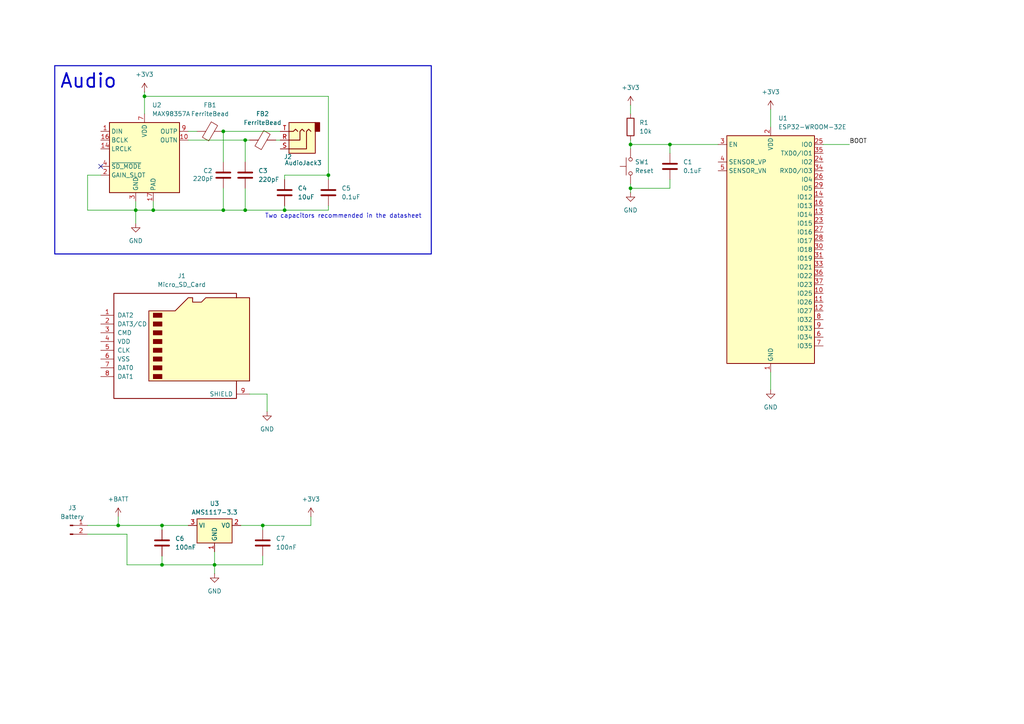
<source format=kicad_sch>
(kicad_sch (version 20231120) (generator "eeschema") (generator_version "8.0")
  (paper "A4")
  (lib_symbols
    (symbol "Audio:MAX98357A"
      (property "Reference" "U" (at -8.89 11.43 0))
      (property "Value" "MAX98357A" (at 10.16 11.43 0))
      (symbol "MAX98357A_1_1"
        (rectangle (start -10.16 10.16) (end 10.16 -10.16) (stroke (width 0.254)) (fill (type background)))
        (pin input line (at -12.7 7.62 0) (length 2.54) (name "DIN") (number "1"))
        (pin output line (at 12.7 5.08 180) (length 2.54) (name "OUTN") (number "10"))
        (pin passive line (at -2.54 -12.7 90) (length 2.54) hide (name "GND") (number "11"))
        (pin no_connect line (at 10.16 -5.08 180) (length 2.54) hide (name "NC") (number "12"))
        (pin no_connect line (at 10.16 -7.62 180) (length 2.54) hide (name "NC") (number "13"))
        (pin input line (at -12.7 2.54 0) (length 2.54) (name "LRCLK") (number "14"))
        (pin passive line (at -2.54 -12.7 90) (length 2.54) hide (name "GND") (number "15"))
        (pin input line (at -12.7 5.08 0) (length 2.54) (name "BCLK") (number "16"))
        (pin unspecified line (at 2.54 -12.7 90) (length 2.54) (name "PAD") (number "17"))
        (pin passive line (at -12.7 -5.08 0) (length 2.54) (name "GAIN_SLOT") (number "2"))
        (pin power_in line (at -2.54 -12.7 90) (length 2.54) (name "GND") (number "3"))
        (pin input line (at -12.7 -2.54 0) (length 2.54) (name "~{SD_MODE}") (number "4"))
        (pin no_connect line (at 10.16 2.54 180) (length 2.54) hide (name "NC") (number "5"))
        (pin no_connect line (at 10.16 0 180) (length 2.54) hide (name "NC") (number "6"))
        (pin power_in line (at 0 12.7 270) (length 2.54) (name "VDD") (number "7"))
        (pin passive line (at 0 12.7 270) (length 2.54) hide (name "VDD") (number "8"))
        (pin output line (at 12.7 7.62 180) (length 2.54) (name "OUTP") (number "9"))
      )
    )
    (symbol "Connector:Conn_01x02_Pin" (pin_names (offset 1.016) hide)
      (property "Reference" "J" (at 0 2.54 0))
      (property "Value" "Conn_01x02_Pin" (at 0 -5.08 0))
      (symbol "Conn_01x02_Pin_1_1"
        (polyline (pts (xy 1.27 -2.54) (xy 0.8636 -2.54)) (stroke (width 0.1524)))
        (polyline (pts (xy 1.27 0) (xy 0.8636 0)) (stroke (width 0.1524)))
        (rectangle (start 0.8636 -2.413) (end 0 -2.667) (stroke (width 0.1524)) (fill (type outline)))
        (rectangle (start 0.8636 0.127) (end 0 -0.127) (stroke (width 0.1524)) (fill (type outline)))
        (pin passive line (at 5.08 0 180) (length 3.81) (name "Pin_1") (number "1"))
        (pin passive line (at 5.08 -2.54 180) (length 3.81) (name "Pin_2") (number "2"))
      )
    )
    (symbol "Connector:Micro_SD_Card" (pin_names (offset 1.016))
      (property "Reference" "J" (at -16.51 15.24 0))
      (property "Value" "Micro_SD_Card" (at 16.51 15.24 0))
      (symbol "Micro_SD_Card_0_1"
        (rectangle (start -7.62 -9.525) (end -5.08 -10.795) (fill (type outline)))
        (rectangle (start -7.62 -6.985) (end -5.08 -8.255) (fill (type outline)))
        (rectangle (start -7.62 -4.445) (end -5.08 -5.715) (fill (type outline)))
        (rectangle (start -7.62 -1.905) (end -5.08 -3.175) (fill (type outline)))
        (rectangle (start -7.62 0.635) (end -5.08 -0.635) (fill (type outline)))
        (rectangle (start -7.62 3.175) (end -5.08 1.905) (fill (type outline)))
        (rectangle (start -7.62 5.715) (end -5.08 4.445) (fill (type outline)))
        (rectangle (start -7.62 8.255) (end -5.08 6.985) (fill (type outline)))
        (polyline (pts (xy 16.51 12.7) (xy 16.51 13.97) (xy -19.05 13.97) (xy -19.05 -16.51) (xy 16.51 -16.51) (xy 16.51 -11.43)) (stroke (width 0.254)))
        (polyline (pts (xy -8.89 -11.43) (xy -8.89 8.89) (xy -1.27 8.89) (xy 2.54 12.7) (xy 3.81 12.7) (xy 3.81 11.43) (xy 6.35 11.43) (xy 7.62 12.7) (xy 20.32 12.7) (xy 20.32 -11.43) (xy -8.89 -11.43)) (stroke (width 0.254)) (fill (type background)))
      )
      (symbol "Micro_SD_Card_1_1"
        (pin bidirectional line (at -22.86 7.62 0) (length 3.81) (name "DAT2") (number "1"))
        (pin bidirectional line (at -22.86 5.08 0) (length 3.81) (name "DAT3/CD") (number "2"))
        (pin input line (at -22.86 2.54 0) (length 3.81) (name "CMD") (number "3"))
        (pin power_in line (at -22.86 0 0) (length 3.81) (name "VDD") (number "4"))
        (pin input line (at -22.86 -2.54 0) (length 3.81) (name "CLK") (number "5"))
        (pin power_in line (at -22.86 -5.08 0) (length 3.81) (name "VSS") (number "6"))
        (pin bidirectional line (at -22.86 -7.62 0) (length 3.81) (name "DAT0") (number "7"))
        (pin bidirectional line (at -22.86 -10.16 0) (length 3.81) (name "DAT1") (number "8"))
        (pin passive line (at 20.32 -15.24 180) (length 3.81) (name "SHIELD") (number "9"))
      )
    )
    (symbol "Connector_Audio:AudioJack3"
      (property "Reference" "J" (at 0 8.89 0))
      (property "Value" "AudioJack3" (at 0 6.35 0))
      (symbol "AudioJack3_0_1"
        (rectangle (start -5.08 -5.08) (end -6.35 -2.54) (stroke (width 0.254)) (fill (type outline)))
        (polyline (pts (xy 0 -2.54) (xy 0.635 -3.175) (xy 1.27 -2.54) (xy 2.54 -2.54)) (stroke (width 0.254)))
        (polyline (pts (xy -1.905 -2.54) (xy -1.27 -3.175) (xy -0.635 -2.54) (xy -0.635 0) (xy 2.54 0)) (stroke (width 0.254)))
        (polyline (pts (xy 2.54 2.54) (xy -2.54 2.54) (xy -2.54 -2.54) (xy -3.175 -3.175) (xy -3.81 -2.54)) (stroke (width 0.254)))
        (rectangle (start 2.54 3.81) (end -5.08 -5.08) (stroke (width 0.254)) (fill (type background)))
      )
      (symbol "AudioJack3_1_1"
        (pin passive line (at 5.08 0 180) (length 2.54) (name "~") (number "R"))
        (pin passive line (at 5.08 2.54 180) (length 2.54) (name "~") (number "S"))
        (pin passive line (at 5.08 -2.54 180) (length 2.54) (name "~") (number "T"))
      )
    )
    (symbol "Device:C" (pin_numbers hide) (pin_names (offset 0.254))
      (property "Reference" "C" (at 0.635 2.54 0))
      (property "Value" "C" (at 0.635 -2.54 0))
      (symbol "C_0_1"
        (polyline (pts (xy -2.032 -0.762) (xy 2.032 -0.762)) (stroke (width 0.508)))
        (polyline (pts (xy -2.032 0.762) (xy 2.032 0.762)) (stroke (width 0.508)))
      )
      (symbol "C_1_1"
        (pin passive line (at 0 3.81 270) (length 2.794) (name "~") (number "1"))
        (pin passive line (at 0 -3.81 90) (length 2.794) (name "~") (number "2"))
      )
    )
    (symbol "Device:FerriteBead" (pin_numbers hide) (pin_names (offset 0))
      (property "Reference" "FB" (at -3.81 0.635 90))
      (property "Value" "FerriteBead" (at 3.81 0 90))
      (symbol "FerriteBead_0_1"
        (polyline (pts (xy 0 -1.27) (xy 0 -1.2192)))
        (polyline (pts (xy 0 1.27) (xy 0 1.2954)))
        (polyline (pts (xy -2.7686 0.4064) (xy -1.7018 2.2606) (xy 2.7686 -0.3048) (xy 1.6764 -2.159) (xy -2.7686 0.4064)))
      )
      (symbol "FerriteBead_1_1"
        (pin passive line (at 0 3.81 270) (length 2.54) (name "~") (number "1"))
        (pin passive line (at 0 -3.81 90) (length 2.54) (name "~") (number "2"))
      )
    )
    (symbol "Device:R" (pin_numbers hide) (pin_names (offset 0))
      (property "Reference" "R" (at 2.032 0 90))
      (property "Value" "R" (at 0 0 90))
      (symbol "R_0_1"
        (rectangle (start -1.016 -2.54) (end 1.016 2.54) (stroke (width 0.254)))
      )
      (symbol "R_1_1"
        (pin passive line (at 0 3.81 270) (length 1.27) (name "~") (number "1"))
        (pin passive line (at 0 -3.81 90) (length 1.27) (name "~") (number "2"))
      )
    )
    (symbol "RF_Module:ESP32-WROOM-32E"
      (property "Reference" "U" (at -12.7 34.29 0))
      (property "Value" "ESP32-WROOM-32E" (at 1.27 34.29 0))
      (symbol "ESP32-WROOM-32E_0_1"
        (rectangle (start -12.7 33.02) (end 12.7 -33.02) (stroke (width 0.254)) (fill (type background)))
      )
      (symbol "ESP32-WROOM-32E_1_1"
        (pin power_in line (at 0 -35.56 90) (length 2.54) (name "GND") (number "1"))
        (pin bidirectional line (at 15.24 -12.7 180) (length 2.54) (name "IO25") (number "10"))
        (pin bidirectional line (at 15.24 -15.24 180) (length 2.54) (name "IO26") (number "11"))
        (pin bidirectional line (at 15.24 -17.78 180) (length 2.54) (name "IO27") (number "12"))
        (pin bidirectional line (at 15.24 10.16 180) (length 2.54) (name "IO14") (number "13"))
        (pin bidirectional line (at 15.24 15.24 180) (length 2.54) (name "IO12") (number "14"))
        (pin passive line (at 0 -35.56 90) (length 2.54) hide (name "GND") (number "15"))
        (pin bidirectional line (at 15.24 12.7 180) (length 2.54) (name "IO13") (number "16"))
        (pin no_connect line (at -12.7 -5.08 0) (length 2.54) hide (name "NC") (number "17"))
        (pin no_connect line (at -12.7 -7.62 0) (length 2.54) hide (name "NC") (number "18"))
        (pin no_connect line (at -12.7 -12.7 0) (length 2.54) hide (name "NC") (number "19"))
        (pin power_in line (at 0 35.56 270) (length 2.54) (name "VDD") (number "2"))
        (pin no_connect line (at -12.7 -10.16 0) (length 2.54) hide (name "NC") (number "20"))
        (pin no_connect line (at -12.7 0 0) (length 2.54) hide (name "NC") (number "21"))
        (pin no_connect line (at -12.7 -2.54 0) (length 2.54) hide (name "NC") (number "22"))
        (pin bidirectional line (at 15.24 7.62 180) (length 2.54) (name "IO15") (number "23"))
        (pin bidirectional line (at 15.24 25.4 180) (length 2.54) (name "IO2") (number "24"))
        (pin bidirectional line (at 15.24 30.48 180) (length 2.54) (name "IO0") (number "25"))
        (pin bidirectional line (at 15.24 20.32 180) (length 2.54) (name "IO4") (number "26"))
        (pin bidirectional line (at 15.24 5.08 180) (length 2.54) (name "IO16") (number "27"))
        (pin bidirectional line (at 15.24 2.54 180) (length 2.54) (name "IO17") (number "28"))
        (pin bidirectional line (at 15.24 17.78 180) (length 2.54) (name "IO5") (number "29"))
        (pin input line (at -15.24 30.48 0) (length 2.54) (name "EN") (number "3"))
        (pin bidirectional line (at 15.24 0 180) (length 2.54) (name "IO18") (number "30"))
        (pin bidirectional line (at 15.24 -2.54 180) (length 2.54) (name "IO19") (number "31"))
        (pin no_connect line (at -12.7 -27.94 0) (length 2.54) hide (name "NC") (number "32"))
        (pin bidirectional line (at 15.24 -5.08 180) (length 2.54) (name "IO21") (number "33"))
        (pin bidirectional line (at 15.24 22.86 180) (length 2.54) (name "RXD0/IO3") (number "34"))
        (pin bidirectional line (at 15.24 27.94 180) (length 2.54) (name "TXD0/IO1") (number "35"))
        (pin bidirectional line (at 15.24 -7.62 180) (length 2.54) (name "IO22") (number "36"))
        (pin bidirectional line (at 15.24 -10.16 180) (length 2.54) (name "IO23") (number "37"))
        (pin passive line (at 0 -35.56 90) (length 2.54) hide (name "GND") (number "38"))
        (pin passive line (at 0 -35.56 90) (length 2.54) hide (name "GND") (number "39"))
        (pin input line (at -15.24 25.4 0) (length 2.54) (name "SENSOR_VP") (number "4"))
        (pin input line (at -15.24 22.86 0) (length 2.54) (name "SENSOR_VN") (number "5"))
        (pin input line (at 15.24 -25.4 180) (length 2.54) (name "IO34") (number "6"))
        (pin input line (at 15.24 -27.94 180) (length 2.54) (name "IO35") (number "7"))
        (pin bidirectional line (at 15.24 -20.32 180) (length 2.54) (name "IO32") (number "8"))
        (pin bidirectional line (at 15.24 -22.86 180) (length 2.54) (name "IO33") (number "9"))
      )
    )
    (symbol "Regulator_Linear:AMS1117-3.3"
      (property "Reference" "U" (at -3.81 3.175 0))
      (property "Value" "AMS1117-3.3" (at 0 3.175 0))
      (symbol "AMS1117-3.3_0_1"
        (rectangle (start -5.08 -5.08) (end 5.08 1.905) (stroke (width 0.254)) (fill (type background)))
      )
      (symbol "AMS1117-3.3_1_1"
        (pin power_in line (at 0 -7.62 90) (length 2.54) (name "GND") (number "1"))
        (pin power_out line (at 7.62 0 180) (length 2.54) (name "VO") (number "2"))
        (pin power_in line (at -7.62 0 0) (length 2.54) (name "VI") (number "3"))
      )
    )
    (symbol "Switch:SW_Push" (pin_numbers hide) (pin_names (offset 1.016) hide)
      (property "Reference" "SW" (at 1.27 2.54 0))
      (property "Value" "SW_Push" (at 0 -1.524 0))
      (symbol "SW_Push_0_1"
        (circle (center -2.032 0) (radius 0.508))
        (polyline (pts (xy 0 1.27) (xy 0 3.048)))
        (polyline (pts (xy 2.54 1.27) (xy -2.54 1.27)))
        (circle (center 2.032 0) (radius 0.508))
        (pin passive line (at -5.08 0 0) (length 2.54) (name "1") (number "1"))
        (pin passive line (at 5.08 0 180) (length 2.54) (name "2") (number "2"))
      )
    )
    (symbol "power:+3V3" (power) (pin_numbers hide) (pin_names (offset 0) hide)
      (property "Value" "+3V3" (at 0 3.556 0))
      (symbol "+3V3_0_1"
        (polyline (pts (xy -0.762 1.27) (xy 0 2.54)))
        (polyline (pts (xy 0 0) (xy 0 2.54)))
        (polyline (pts (xy 0 2.54) (xy 0.762 1.27)))
      )
      (symbol "+3V3_1_1"
        (pin power_in line (at 0 0 90) (length 0) (name "~") (number "1"))
      )
    )
    (symbol "power:+BATT" (power) (pin_numbers hide) (pin_names (offset 0) hide)
      (property "Value" "+BATT" (at 0 3.556 0))
      (symbol "+BATT_0_1"
        (polyline (pts (xy -0.762 1.27) (xy 0 2.54)))
        (polyline (pts (xy 0 0) (xy 0 2.54)))
        (polyline (pts (xy 0 2.54) (xy 0.762 1.27)))
      )
      (symbol "+BATT_1_1"
        (pin power_in line (at 0 0 90) (length 0) (name "~") (number "1"))
      )
    )
    (symbol "power:GND" (power) (pin_numbers hide) (pin_names (offset 0) hide)
      (property "Value" "GND" (at 0 -3.81 0))
      (symbol "GND_0_1"
        (polyline (pts (xy 0 0) (xy 0 -1.27) (xy 1.27 -1.27) (xy 0 -2.54) (xy -1.27 -1.27) (xy 0 -1.27)))
      )
      (symbol "GND_1_1"
        (pin power_in line (at 0 0 270) (length 0) (name "~") (number "1"))
      )
    )
  )
  (junction (at 46.99 152.4))
  (junction (at 39.37 60.96))
  (junction (at 194.31 41.91))
  (junction (at 71.12 60.96))
  (junction (at 76.2 152.4))
  (junction (at 44.45 60.96))
  (junction (at 182.88 54.61))
  (junction (at 82.55 60.96))
  (junction (at 62.23 163.83))
  (junction (at 64.77 38.1))
  (junction (at 182.88 41.91))
  (junction (at 71.12 40.64))
  (junction (at 46.99 163.83))
  (junction (at 64.77 60.96))
  (junction (at 95.25 50.8))
  (junction (at 41.91 27.94))
  (junction (at 34.29 152.4))
  (no_connect (at 29.21 48.26))
  (wire (pts (xy 182.88 53.34) (xy 182.88 54.61)))
  (wire (pts (xy 182.88 54.61) (xy 182.88 55.88)))
  (wire (pts (xy 223.52 31.75) (xy 223.52 36.83)))
  (wire (pts (xy 95.25 50.8) (xy 95.25 27.94)))
  (wire (pts (xy 223.52 107.95) (xy 223.52 113.03)))
  (wire (pts (xy 238.76 41.91) (xy 246.38 41.91)))
  (wire (pts (xy 54.61 38.1) (xy 57.15 38.1)))
  (wire (pts (xy 39.37 60.96) (xy 39.37 64.77)))
  (wire (pts (xy 182.88 30.48) (xy 182.88 33.02)))
  (wire (pts (xy 194.31 54.61) (xy 182.88 54.61)))
  (wire (pts (xy 41.91 26.67) (xy 41.91 27.94)))
  (wire (pts (xy 34.29 149.86) (xy 34.29 152.4)))
  (wire (pts (xy 25.4 154.94) (xy 36.83 154.94)))
  (wire (pts (xy 76.2 152.4) (xy 76.2 153.67)))
  (wire (pts (xy 95.25 52.07) (xy 95.25 50.8)))
  (wire (pts (xy 62.23 163.83) (xy 46.99 163.83)))
  (wire (pts (xy 62.23 160.02) (xy 62.23 163.83)))
  (wire (pts (xy 77.47 114.3) (xy 77.47 119.38)))
  (wire (pts (xy 62.23 163.83) (xy 62.23 166.37)))
  (wire (pts (xy 36.83 154.94) (xy 36.83 163.83)))
  (wire (pts (xy 25.4 152.4) (xy 34.29 152.4)))
  (wire (pts (xy 25.4 50.8) (xy 25.4 60.96)))
  (wire (pts (xy 64.77 38.1) (xy 81.28 38.1)))
  (wire (pts (xy 46.99 163.83) (xy 36.83 163.83)))
  (wire (pts (xy 64.77 60.96) (xy 44.45 60.96)))
  (wire (pts (xy 90.17 149.86) (xy 90.17 152.4)))
  (wire (pts (xy 80.01 40.64) (xy 81.28 40.64)))
  (wire (pts (xy 182.88 40.64) (xy 182.88 41.91)))
  (wire (pts (xy 71.12 54.61) (xy 71.12 60.96)))
  (wire (pts (xy 194.31 41.91) (xy 182.88 41.91)))
  (wire (pts (xy 46.99 161.29) (xy 46.99 163.83)))
  (wire (pts (xy 72.39 114.3) (xy 77.47 114.3)))
  (wire (pts (xy 71.12 40.64) (xy 72.39 40.64)))
  (wire (pts (xy 44.45 60.96) (xy 39.37 60.96)))
  (wire (pts (xy 44.45 58.42) (xy 44.45 60.96)))
  (wire (pts (xy 34.29 152.4) (xy 46.99 152.4)))
  (wire (pts (xy 194.31 52.07) (xy 194.31 54.61)))
  (wire (pts (xy 82.55 59.69) (xy 82.55 60.96)))
  (wire (pts (xy 71.12 40.64) (xy 71.12 46.99)))
  (wire (pts (xy 95.25 27.94) (xy 41.91 27.94)))
  (wire (pts (xy 76.2 161.29) (xy 76.2 163.83)))
  (wire (pts (xy 46.99 152.4) (xy 46.99 153.67)))
  (wire (pts (xy 95.25 59.69) (xy 95.25 60.96)))
  (wire (pts (xy 194.31 41.91) (xy 208.28 41.91)))
  (wire (pts (xy 54.61 40.64) (xy 71.12 40.64)))
  (wire (pts (xy 64.77 54.61) (xy 64.77 60.96)))
  (wire (pts (xy 69.85 152.4) (xy 76.2 152.4)))
  (wire (pts (xy 76.2 163.83) (xy 62.23 163.83)))
  (wire (pts (xy 82.55 60.96) (xy 71.12 60.96)))
  (wire (pts (xy 90.17 152.4) (xy 76.2 152.4)))
  (wire (pts (xy 25.4 60.96) (xy 39.37 60.96)))
  (wire (pts (xy 182.88 41.91) (xy 182.88 43.18)))
  (wire (pts (xy 82.55 50.8) (xy 82.55 52.07)))
  (wire (pts (xy 95.25 60.96) (xy 82.55 60.96)))
  (wire (pts (xy 64.77 38.1) (xy 64.77 46.99)))
  (wire (pts (xy 194.31 41.91) (xy 194.31 44.45)))
  (wire (pts (xy 71.12 60.96) (xy 64.77 60.96)))
  (wire (pts (xy 39.37 58.42) (xy 39.37 60.96)))
  (wire (pts (xy 82.55 50.8) (xy 95.25 50.8)))
  (wire (pts (xy 41.91 27.94) (xy 41.91 33.02)))
  (wire (pts (xy 46.99 152.4) (xy 54.61 152.4)))
  (wire (pts (xy 29.21 50.8) (xy 25.4 50.8)))
  (rectangle (start 15.875 19.05) (end 125.095 73.66) (stroke (width 0.3)))
  (text "Audio" (at 25.654 23.622 0) (effects (font (size 4 4) (thickness 0.508) (bold yes))))
  (text "Two capacitors recommended in the datasheet" (at 99.568 62.738 0) (effects (font (size 1.27 1.27))))
  (label "BOOT" (at 246.38 41.91 0))
  (symbol (lib_id "Device:C") (at 82.55 55.88 0) (unit 1)
    (property "Reference" "C4" (at 86.36 54.6099 0) (effects (justify left)))
    (property "Value" "10uF" (at 86.36 57.1499 0) (effects (justify left)))
    (property "Description" "Unpolarized capacitor" (effects (hide yes)))
  )
  (symbol (lib_id "power:GND") (at 182.88 55.88 0) (unit 1)
    (property "Reference" "#PWR03" (effects (hide yes)))
    (property "Value" "GND" (at 182.88 60.96 0))
    (property "Description" "Power symbol creates a global label with name \"GND\" , ground" (effects (hide yes)))
  )
  (symbol (lib_id "Device:C") (at 76.2 157.48 0) (unit 1)
    (property "Reference" "C7" (at 80.01 156.2099 0) (effects (justify left)))
    (property "Value" "100nF" (at 80.01 158.7499 0) (effects (justify left)))
    (property "Description" "Unpolarized capacitor" (effects (hide yes)))
  )
  (symbol (lib_id "power:+3V3") (at 182.88 30.48 0) (unit 1)
    (property "Reference" "#PWR04" (effects (hide yes)))
    (property "Value" "+3V3" (at 182.88 25.4 0))
    (property "Description" "Power symbol creates a global label with name \"+3V3\"" (effects (hide yes)))
  )
  (symbol (lib_id "power:GND") (at 223.52 113.03 0) (unit 1)
    (property "Reference" "#PWR02" (effects (hide yes)))
    (property "Value" "GND" (at 223.52 118.11 0))
    (property "Description" "Power symbol creates a global label with name \"GND\" , ground" (effects (hide yes)))
  )
  (symbol (lib_id "Switch:SW_Push") (at 182.88 48.26 90) (unit 1)
    (property "Reference" "SW1" (at 184.15 46.9899 90) (effects (justify right)))
    (property "Value" "Reset" (at 184.15 49.5299 90) (effects (justify right)))
    (property "Description" "Push button switch, generic, two pins" (effects (hide yes)))
  )
  (symbol (lib_id "Connector_Audio:AudioJack3") (at 86.36 40.64 180) (unit 1)
    (property "Reference" "J2" (at 82.296 45.466 0) (effects (justify right)))
    (property "Value" "AudioJack3" (at 82.55 47.244 0) (effects (justify right)))
    (property "Description" "Audio Jack, 3 Poles (Stereo / TRS)" (effects (hide yes)))
  )
  (symbol (lib_id "Device:FerriteBead") (at 60.96 38.1 90) (unit 1)
    (property "Reference" "FB1" (at 60.9092 30.48 90))
    (property "Value" "FerriteBead" (at 60.9092 33.02 90))
    (property "Description" "Ferrite bead" (effects (hide yes)))
  )
  (symbol (lib_id "Device:C") (at 95.25 55.88 0) (unit 1)
    (property "Reference" "C5" (at 99.06 54.6099 0) (effects (justify left)))
    (property "Value" "0.1uF" (at 99.06 57.1499 0) (effects (justify left)))
    (property "Description" "Unpolarized capacitor" (effects (hide yes)))
  )
  (symbol (lib_id "power:+BATT") (at 34.29 149.86 0) (unit 1)
    (property "Reference" "#PWR010" (effects (hide yes)))
    (property "Value" "+BATT" (at 34.29 144.78 0))
    (property "Description" "Power symbol creates a global label with name \"+BATT\"" (effects (hide yes)))
  )
  (symbol (lib_id "power:+3V3") (at 41.91 26.67 0) (unit 1)
    (property "Reference" "#PWR06" (effects (hide yes)))
    (property "Value" "+3V3" (at 41.91 21.59 0))
    (property "Description" "Power symbol creates a global label with name \"+3V3\"" (effects (hide yes)))
  )
  (symbol (lib_id "Device:C") (at 194.31 48.26 0) (unit 1)
    (property "Reference" "C1" (at 198.12 46.9899 0) (effects (justify left)))
    (property "Value" "0.1uF" (at 198.12 49.5299 0) (effects (justify left)))
    (property "Description" "Unpolarized capacitor" (effects (hide yes)))
  )
  (symbol (lib_id "Connector:Micro_SD_Card") (at 52.07 99.06 0) (unit 1)
    (property "Reference" "J1" (at 52.705 80.01 0))
    (property "Value" "Micro_SD_Card" (at 52.705 82.55 0))
    (property "Datasheet" "http://katalog.we-online.de/em/datasheet/693072010801.pdf" (effects (hide yes)))
    (property "Description" "Micro SD Card Socket" (effects (hide yes)))
  )
  (symbol (lib_id "Device:C") (at 46.99 157.48 0) (unit 1)
    (property "Reference" "C6" (at 50.8 156.2099 0) (effects (justify left)))
    (property "Value" "100nF" (at 50.8 158.7499 0) (effects (justify left)))
    (property "Description" "Unpolarized capacitor" (effects (hide yes)))
  )
  (symbol (lib_id "Device:FerriteBead") (at 76.2 40.64 90) (unit 1)
    (property "Reference" "FB2" (at 76.1492 33.02 90))
    (property "Value" "FerriteBead" (at 76.1492 35.56 90))
    (property "Description" "Ferrite bead" (effects (hide yes)))
  )
  (symbol (lib_id "Regulator_Linear:AMS1117-3.3") (at 62.23 152.4 0) (unit 1)
    (property "Reference" "U3" (at 62.23 146.05 0))
    (property "Value" "AMS1117-3.3" (at 62.23 148.59 0))
    (property "Footprint" "Package_TO_SOT_SMD:SOT-223-3_TabPin2" (effects (hide yes)))
    (property "Datasheet" "http://www.advanced-monolithic.com/pdf/ds1117.pdf" (effects (hide yes)))
    (property "Description" "1A Low Dropout regulator, positive, 3.3V fixed output, SOT-223" (effects (hide yes)))
  )
  (symbol (lib_id "Device:C") (at 64.77 50.8 0) (unit 1)
    (property "Reference" "C2" (at 58.928 49.53 0) (effects (justify left)))
    (property "Value" "220pF" (at 55.88 51.816 0) (effects (justify left)))
    (property "Description" "Unpolarized capacitor" (effects (hide yes)))
  )
  (symbol (lib_id "Device:R") (at 182.88 36.83 0) (unit 1)
    (property "Reference" "R1" (at 185.42 35.5599 0) (effects (justify left)))
    (property "Value" "10k" (at 185.42 38.0999 0) (effects (justify left)))
    (property "Description" "Resistor" (effects (hide yes)))
  )
  (symbol (lib_id "Audio:MAX98357A") (at 41.91 45.72 0) (unit 1)
    (property "Reference" "U2" (at 44.1041 30.48 0) (effects (justify left)))
    (property "Value" "MAX98357A" (at 44.1041 33.02 0) (effects (justify left)))
    (property "Footprint" "Package_DFN_QFN:TQFN-16-1EP_3x3mm_P0.5mm_EP1.23x1.23mm" (effects (hide yes)))
    (property "Datasheet" "https://www.analog.com/media/en/technical-documentation/data-sheets/MAX98357A-MAX98357B.pdf" (effects (hide yes)))
    (property "Description" "Mono DAC with amplifier, I2S, PCM, TDM, 32-bit, 96khz, 3.2W, TQFP-16" (effects (hide yes)))
  )
  (symbol (lib_id "power:GND") (at 62.23 166.37 0) (unit 1)
    (property "Reference" "#PWR08" (effects (hide yes)))
    (property "Value" "GND" (at 62.23 171.45 0))
    (property "Description" "Power symbol creates a global label with name \"GND\" , ground" (effects (hide yes)))
  )
  (symbol (lib_id "Connector:Conn_01x02_Pin") (at 20.32 152.4 0) (unit 1)
    (property "Reference" "J3" (at 20.955 147.32 0))
    (property "Value" "Battery" (at 20.955 149.86 0))
    (property "Description" "Generic connector, single row, 01x02, script generated" (effects (hide yes)))
  )
  (symbol (lib_id "power:+3V3") (at 223.52 31.75 0) (unit 1)
    (property "Reference" "#PWR01" (effects (hide yes)))
    (property "Value" "+3V3" (at 223.52 26.67 0))
    (property "Description" "Power symbol creates a global label with name \"+3V3\"" (effects (hide yes)))
  )
  (symbol (lib_id "power:+3V3") (at 90.17 149.86 0) (unit 1)
    (property "Reference" "#PWR09" (effects (hide yes)))
    (property "Value" "+3V3" (at 90.17 144.78 0))
    (property "Description" "Power symbol creates a global label with name \"+3V3\"" (effects (hide yes)))
  )
  (symbol (lib_id "RF_Module:ESP32-WROOM-32E") (at 223.52 72.39 0) (unit 1)
    (property "Reference" "U1" (at 225.7141 34.29 0) (effects (justify left)))
    (property "Value" "ESP32-WROOM-32E" (at 225.7141 36.83 0) (effects (justify left)))
    (property "Footprint" "RF_Module:ESP32-WROOM-32D" (effects (hide yes)))
    (property "Datasheet" "https://www.espressif.com/sites/default/files/documentation/esp32-wroom-32e_esp32-wroom-32ue_datasheet_en.pdf" (effects (hide yes)))
    (property "Description" "RF Module, ESP32-D0WD-V3 SoC, without PSRAM, Wi-Fi 802.11b/g/n, Bluetooth, BLE, 32-bit, 2.7-3.6V, onboard antenna, SMD" (effects (hide yes)))
  )
  (symbol (lib_id "power:GND") (at 77.47 119.38 0) (unit 1)
    (property "Reference" "#PWR05" (effects (hide yes)))
    (property "Value" "GND" (at 77.47 124.46 0))
    (property "Description" "Power symbol creates a global label with name \"GND\" , ground" (effects (hide yes)))
  )
  (symbol (lib_id "power:GND") (at 39.37 64.77 0) (unit 1)
    (property "Reference" "#PWR07" (effects (hide yes)))
    (property "Value" "GND" (at 39.37 69.85 0))
    (property "Description" "Power symbol creates a global label with name \"GND\" , ground" (effects (hide yes)))
  )
  (symbol (lib_id "Device:C") (at 71.12 50.8 0) (unit 1)
    (property "Reference" "C3" (at 74.93 49.5299 0) (effects (justify left)))
    (property "Value" "220pF" (at 74.93 52.0699 0) (effects (justify left)))
    (property "Description" "Unpolarized capacitor" (effects (hide yes)))
  )
)
</source>
